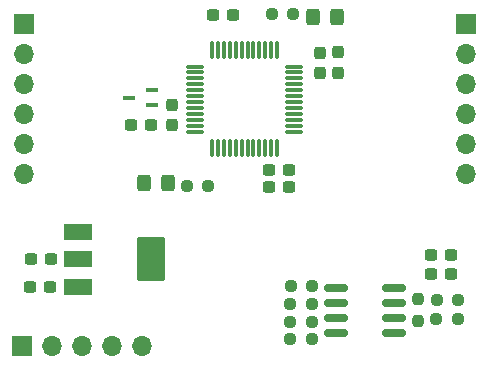
<source format=gts>
%TF.GenerationSoftware,KiCad,Pcbnew,8.0.4*%
%TF.CreationDate,2025-01-10T16:33:03-05:00*%
%TF.ProjectId,X17-Data-Conversion,5831372d-4461-4746-912d-436f6e766572,rev?*%
%TF.SameCoordinates,Original*%
%TF.FileFunction,Soldermask,Top*%
%TF.FilePolarity,Negative*%
%FSLAX46Y46*%
G04 Gerber Fmt 4.6, Leading zero omitted, Abs format (unit mm)*
G04 Created by KiCad (PCBNEW 8.0.4) date 2025-01-10 16:33:03*
%MOMM*%
%LPD*%
G01*
G04 APERTURE LIST*
G04 Aperture macros list*
%AMRoundRect*
0 Rectangle with rounded corners*
0 $1 Rounding radius*
0 $2 $3 $4 $5 $6 $7 $8 $9 X,Y pos of 4 corners*
0 Add a 4 corners polygon primitive as box body*
4,1,4,$2,$3,$4,$5,$6,$7,$8,$9,$2,$3,0*
0 Add four circle primitives for the rounded corners*
1,1,$1+$1,$2,$3*
1,1,$1+$1,$4,$5*
1,1,$1+$1,$6,$7*
1,1,$1+$1,$8,$9*
0 Add four rect primitives between the rounded corners*
20,1,$1+$1,$2,$3,$4,$5,0*
20,1,$1+$1,$4,$5,$6,$7,0*
20,1,$1+$1,$6,$7,$8,$9,0*
20,1,$1+$1,$8,$9,$2,$3,0*%
G04 Aperture macros list end*
%ADD10RoundRect,0.237500X-0.300000X-0.237500X0.300000X-0.237500X0.300000X0.237500X-0.300000X0.237500X0*%
%ADD11RoundRect,0.237500X-0.250000X-0.237500X0.250000X-0.237500X0.250000X0.237500X-0.250000X0.237500X0*%
%ADD12RoundRect,0.237500X0.300000X0.237500X-0.300000X0.237500X-0.300000X-0.237500X0.300000X-0.237500X0*%
%ADD13O,1.700000X1.700000*%
%ADD14R,1.700000X1.700000*%
%ADD15RoundRect,0.150000X-0.825000X-0.150000X0.825000X-0.150000X0.825000X0.150000X-0.825000X0.150000X0*%
%ADD16RoundRect,0.075000X-0.075000X-0.662500X0.075000X-0.662500X0.075000X0.662500X-0.075000X0.662500X0*%
%ADD17RoundRect,0.075000X-0.662500X-0.075000X0.662500X-0.075000X0.662500X0.075000X-0.662500X0.075000X0*%
%ADD18R,1.117600X0.457200*%
%ADD19RoundRect,0.237500X-0.237500X0.250000X-0.237500X-0.250000X0.237500X-0.250000X0.237500X0.250000X0*%
%ADD20RoundRect,0.237500X0.250000X0.237500X-0.250000X0.237500X-0.250000X-0.237500X0.250000X-0.237500X0*%
%ADD21RoundRect,0.250000X0.325000X0.450000X-0.325000X0.450000X-0.325000X-0.450000X0.325000X-0.450000X0*%
%ADD22RoundRect,0.250000X-0.325000X-0.450000X0.325000X-0.450000X0.325000X0.450000X-0.325000X0.450000X0*%
%ADD23RoundRect,0.237500X0.237500X-0.300000X0.237500X0.300000X-0.237500X0.300000X-0.237500X-0.300000X0*%
%ADD24RoundRect,0.102000X-1.100000X-0.600000X1.100000X-0.600000X1.100000X0.600000X-1.100000X0.600000X0*%
%ADD25RoundRect,0.102000X-1.100000X-1.750000X1.100000X-1.750000X1.100000X1.750000X-1.100000X1.750000X0*%
%ADD26RoundRect,0.237500X-0.237500X0.300000X-0.237500X-0.300000X0.237500X-0.300000X0.237500X0.300000X0*%
G04 APERTURE END LIST*
D10*
%TO.C,C9*%
X163617500Y-81650000D03*
X165342500Y-81650000D03*
%TD*%
D11*
%TO.C,R7*%
X165399500Y-93048264D03*
X167224500Y-93048264D03*
%TD*%
D12*
%TO.C,C13*%
X145162500Y-87720000D03*
X143437500Y-87720000D03*
%TD*%
D13*
%TO.C,J4*%
X180272500Y-80540000D03*
X180272500Y-78000000D03*
X180272500Y-75460000D03*
X180272500Y-72920000D03*
X180272500Y-70380000D03*
D14*
X180272500Y-67840000D03*
D13*
X142847500Y-80540000D03*
X142847500Y-78000000D03*
X142847500Y-75460000D03*
X142847500Y-72920000D03*
X142847500Y-70380000D03*
D14*
X142847500Y-67840000D03*
%TD*%
D10*
%TO.C,C11*%
X177322000Y-88982014D03*
X179047000Y-88982014D03*
%TD*%
D11*
%TO.C,R10*%
X177817500Y-91220000D03*
X179642500Y-91220000D03*
%TD*%
D15*
%TO.C,U3*%
X169272000Y-90148264D03*
X169272000Y-91418264D03*
X169272000Y-92688264D03*
X169272000Y-93958264D03*
X174222000Y-93958264D03*
X174222000Y-92688264D03*
X174222000Y-91418264D03*
X174222000Y-90148264D03*
%TD*%
D16*
%TO.C,U2*%
X158810000Y-70027500D03*
X159310000Y-70027500D03*
X159810000Y-70027500D03*
X160310000Y-70027500D03*
X160810000Y-70027500D03*
X161310000Y-70027500D03*
X161810000Y-70027500D03*
X162310000Y-70027500D03*
X162810000Y-70027500D03*
X163310000Y-70027500D03*
X163810000Y-70027500D03*
X164310000Y-70027500D03*
D17*
X165722500Y-71440000D03*
X165722500Y-71940000D03*
X165722500Y-72440000D03*
X165722500Y-72940000D03*
X165722500Y-73440000D03*
X165722500Y-73940000D03*
X165722500Y-74440000D03*
X165722500Y-74940000D03*
X165722500Y-75440000D03*
X165722500Y-75940000D03*
X165722500Y-76440000D03*
X165722500Y-76940000D03*
D16*
X164310000Y-78352500D03*
X163810000Y-78352500D03*
X163310000Y-78352500D03*
X162810000Y-78352500D03*
X162310000Y-78352500D03*
X161810000Y-78352500D03*
X161310000Y-78352500D03*
X160810000Y-78352500D03*
X160310000Y-78352500D03*
X159810000Y-78352500D03*
X159310000Y-78352500D03*
X158810000Y-78352500D03*
D17*
X157397500Y-76940000D03*
X157397500Y-76440000D03*
X157397500Y-75940000D03*
X157397500Y-75440000D03*
X157397500Y-74940000D03*
X157397500Y-74440000D03*
X157397500Y-73940000D03*
X157397500Y-73440000D03*
X157397500Y-72940000D03*
X157397500Y-72440000D03*
X157397500Y-71940000D03*
X157397500Y-71440000D03*
%TD*%
D11*
%TO.C,R8*%
X165439500Y-94518264D03*
X167264500Y-94518264D03*
%TD*%
D10*
%TO.C,C12*%
X143367500Y-90130000D03*
X145092500Y-90130000D03*
%TD*%
D11*
%TO.C,R6*%
X165419500Y-91558264D03*
X167244500Y-91558264D03*
%TD*%
D18*
%TO.C,U4*%
X151769400Y-74070000D03*
X153750600Y-73420001D03*
X153750600Y-74719999D03*
%TD*%
D19*
%TO.C,R11*%
X176270000Y-91127500D03*
X176270000Y-92952500D03*
%TD*%
D20*
%TO.C,R9*%
X179612500Y-92790000D03*
X177787500Y-92790000D03*
%TD*%
D21*
%TO.C,D1*%
X169362500Y-67280000D03*
X167312500Y-67280000D03*
%TD*%
D22*
%TO.C,D2*%
X153017500Y-81310000D03*
X155067500Y-81310000D03*
%TD*%
D14*
%TO.C,J1*%
X142680000Y-95120000D03*
D13*
X145220000Y-95120000D03*
X147760000Y-95120000D03*
X150300000Y-95120000D03*
X152840000Y-95120000D03*
%TD*%
D10*
%TO.C,C8*%
X163617500Y-80180000D03*
X165342500Y-80180000D03*
%TD*%
D23*
%TO.C,C6*%
X167980000Y-71985000D03*
X167980000Y-70260000D03*
%TD*%
D12*
%TO.C,C1*%
X153632500Y-76410000D03*
X151907500Y-76410000D03*
%TD*%
D10*
%TO.C,C10*%
X177342000Y-87414514D03*
X179067000Y-87414514D03*
%TD*%
D24*
%TO.C,U5*%
X147410000Y-85460000D03*
X147410000Y-87760000D03*
X147410000Y-90060000D03*
D25*
X153610000Y-87760000D03*
%TD*%
D11*
%TO.C,R4*%
X163857500Y-67020000D03*
X165682500Y-67020000D03*
%TD*%
D26*
%TO.C,C5*%
X155390000Y-74697500D03*
X155390000Y-76422500D03*
%TD*%
D20*
%TO.C,R2*%
X158492500Y-81510000D03*
X156667500Y-81510000D03*
%TD*%
D11*
%TO.C,R5*%
X165479500Y-89978264D03*
X167304500Y-89978264D03*
%TD*%
D23*
%TO.C,C7*%
X169500000Y-71955000D03*
X169500000Y-70230000D03*
%TD*%
D12*
%TO.C,C4*%
X160582500Y-67060000D03*
X158857500Y-67060000D03*
%TD*%
M02*

</source>
